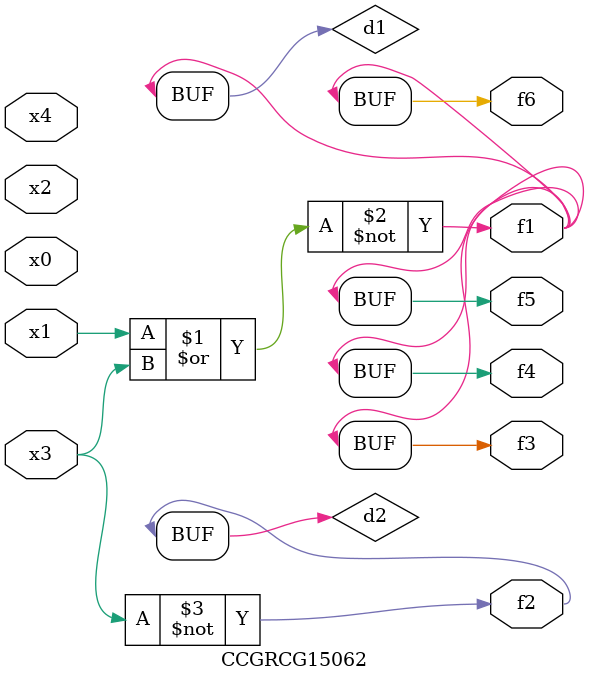
<source format=v>
module CCGRCG15062(
	input x0, x1, x2, x3, x4,
	output f1, f2, f3, f4, f5, f6
);

	wire d1, d2;

	nor (d1, x1, x3);
	not (d2, x3);
	assign f1 = d1;
	assign f2 = d2;
	assign f3 = d1;
	assign f4 = d1;
	assign f5 = d1;
	assign f6 = d1;
endmodule

</source>
